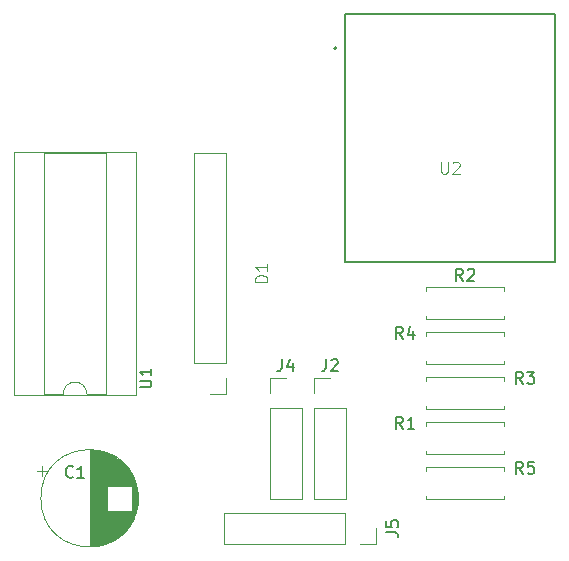
<source format=gto>
%TF.GenerationSoftware,KiCad,Pcbnew,7.0.7*%
%TF.CreationDate,2024-02-28T11:46:37+01:00*%
%TF.ProjectId,brick_test,62726963-6b5f-4746-9573-742e6b696361,rev?*%
%TF.SameCoordinates,Original*%
%TF.FileFunction,Legend,Top*%
%TF.FilePolarity,Positive*%
%FSLAX46Y46*%
G04 Gerber Fmt 4.6, Leading zero omitted, Abs format (unit mm)*
G04 Created by KiCad (PCBNEW 7.0.7) date 2024-02-28 11:46:37*
%MOMM*%
%LPD*%
G01*
G04 APERTURE LIST*
%ADD10C,0.150000*%
%ADD11C,0.100000*%
%ADD12C,0.120000*%
%ADD13C,0.127000*%
%ADD14C,0.200000*%
%ADD15C,1.600000*%
%ADD16O,1.600000X1.600000*%
%ADD17R,1.700000X1.700000*%
%ADD18O,1.700000X1.700000*%
%ADD19R,1.530000X1.530000*%
%ADD20C,1.530000*%
%ADD21R,1.600000X1.600000*%
G04 APERTURE END LIST*
D10*
X62063333Y-57604819D02*
X61730000Y-57128628D01*
X61491905Y-57604819D02*
X61491905Y-56604819D01*
X61491905Y-56604819D02*
X61872857Y-56604819D01*
X61872857Y-56604819D02*
X61968095Y-56652438D01*
X61968095Y-56652438D02*
X62015714Y-56700057D01*
X62015714Y-56700057D02*
X62063333Y-56795295D01*
X62063333Y-56795295D02*
X62063333Y-56938152D01*
X62063333Y-56938152D02*
X62015714Y-57033390D01*
X62015714Y-57033390D02*
X61968095Y-57081009D01*
X61968095Y-57081009D02*
X61872857Y-57128628D01*
X61872857Y-57128628D02*
X61491905Y-57128628D01*
X62920476Y-56938152D02*
X62920476Y-57604819D01*
X62682381Y-56557200D02*
X62444286Y-57271485D01*
X62444286Y-57271485D02*
X63063333Y-57271485D01*
X72223333Y-69034819D02*
X71890000Y-68558628D01*
X71651905Y-69034819D02*
X71651905Y-68034819D01*
X71651905Y-68034819D02*
X72032857Y-68034819D01*
X72032857Y-68034819D02*
X72128095Y-68082438D01*
X72128095Y-68082438D02*
X72175714Y-68130057D01*
X72175714Y-68130057D02*
X72223333Y-68225295D01*
X72223333Y-68225295D02*
X72223333Y-68368152D01*
X72223333Y-68368152D02*
X72175714Y-68463390D01*
X72175714Y-68463390D02*
X72128095Y-68511009D01*
X72128095Y-68511009D02*
X72032857Y-68558628D01*
X72032857Y-68558628D02*
X71651905Y-68558628D01*
X73128095Y-68034819D02*
X72651905Y-68034819D01*
X72651905Y-68034819D02*
X72604286Y-68511009D01*
X72604286Y-68511009D02*
X72651905Y-68463390D01*
X72651905Y-68463390D02*
X72747143Y-68415771D01*
X72747143Y-68415771D02*
X72985238Y-68415771D01*
X72985238Y-68415771D02*
X73080476Y-68463390D01*
X73080476Y-68463390D02*
X73128095Y-68511009D01*
X73128095Y-68511009D02*
X73175714Y-68606247D01*
X73175714Y-68606247D02*
X73175714Y-68844342D01*
X73175714Y-68844342D02*
X73128095Y-68939580D01*
X73128095Y-68939580D02*
X73080476Y-68987200D01*
X73080476Y-68987200D02*
X72985238Y-69034819D01*
X72985238Y-69034819D02*
X72747143Y-69034819D01*
X72747143Y-69034819D02*
X72651905Y-68987200D01*
X72651905Y-68987200D02*
X72604286Y-68939580D01*
X60644819Y-73993333D02*
X61359104Y-73993333D01*
X61359104Y-73993333D02*
X61501961Y-74040952D01*
X61501961Y-74040952D02*
X61597200Y-74136190D01*
X61597200Y-74136190D02*
X61644819Y-74279047D01*
X61644819Y-74279047D02*
X61644819Y-74374285D01*
X60644819Y-73040952D02*
X60644819Y-73517142D01*
X60644819Y-73517142D02*
X61121009Y-73564761D01*
X61121009Y-73564761D02*
X61073390Y-73517142D01*
X61073390Y-73517142D02*
X61025771Y-73421904D01*
X61025771Y-73421904D02*
X61025771Y-73183809D01*
X61025771Y-73183809D02*
X61073390Y-73088571D01*
X61073390Y-73088571D02*
X61121009Y-73040952D01*
X61121009Y-73040952D02*
X61216247Y-72993333D01*
X61216247Y-72993333D02*
X61454342Y-72993333D01*
X61454342Y-72993333D02*
X61549580Y-73040952D01*
X61549580Y-73040952D02*
X61597200Y-73088571D01*
X61597200Y-73088571D02*
X61644819Y-73183809D01*
X61644819Y-73183809D02*
X61644819Y-73421904D01*
X61644819Y-73421904D02*
X61597200Y-73517142D01*
X61597200Y-73517142D02*
X61549580Y-73564761D01*
D11*
X50555419Y-52808094D02*
X49555419Y-52808094D01*
X49555419Y-52808094D02*
X49555419Y-52569999D01*
X49555419Y-52569999D02*
X49603038Y-52427142D01*
X49603038Y-52427142D02*
X49698276Y-52331904D01*
X49698276Y-52331904D02*
X49793514Y-52284285D01*
X49793514Y-52284285D02*
X49983990Y-52236666D01*
X49983990Y-52236666D02*
X50126847Y-52236666D01*
X50126847Y-52236666D02*
X50317323Y-52284285D01*
X50317323Y-52284285D02*
X50412561Y-52331904D01*
X50412561Y-52331904D02*
X50507800Y-52427142D01*
X50507800Y-52427142D02*
X50555419Y-52569999D01*
X50555419Y-52569999D02*
X50555419Y-52808094D01*
X50555419Y-51284285D02*
X50555419Y-51855713D01*
X50555419Y-51569999D02*
X49555419Y-51569999D01*
X49555419Y-51569999D02*
X49698276Y-51665237D01*
X49698276Y-51665237D02*
X49793514Y-51760475D01*
X49793514Y-51760475D02*
X49841133Y-51855713D01*
D10*
X62063333Y-65224819D02*
X61730000Y-64748628D01*
X61491905Y-65224819D02*
X61491905Y-64224819D01*
X61491905Y-64224819D02*
X61872857Y-64224819D01*
X61872857Y-64224819D02*
X61968095Y-64272438D01*
X61968095Y-64272438D02*
X62015714Y-64320057D01*
X62015714Y-64320057D02*
X62063333Y-64415295D01*
X62063333Y-64415295D02*
X62063333Y-64558152D01*
X62063333Y-64558152D02*
X62015714Y-64653390D01*
X62015714Y-64653390D02*
X61968095Y-64701009D01*
X61968095Y-64701009D02*
X61872857Y-64748628D01*
X61872857Y-64748628D02*
X61491905Y-64748628D01*
X63015714Y-65224819D02*
X62444286Y-65224819D01*
X62730000Y-65224819D02*
X62730000Y-64224819D01*
X62730000Y-64224819D02*
X62634762Y-64367676D01*
X62634762Y-64367676D02*
X62539524Y-64462914D01*
X62539524Y-64462914D02*
X62444286Y-64510533D01*
X55546666Y-59354819D02*
X55546666Y-60069104D01*
X55546666Y-60069104D02*
X55499047Y-60211961D01*
X55499047Y-60211961D02*
X55403809Y-60307200D01*
X55403809Y-60307200D02*
X55260952Y-60354819D01*
X55260952Y-60354819D02*
X55165714Y-60354819D01*
X55975238Y-59450057D02*
X56022857Y-59402438D01*
X56022857Y-59402438D02*
X56118095Y-59354819D01*
X56118095Y-59354819D02*
X56356190Y-59354819D01*
X56356190Y-59354819D02*
X56451428Y-59402438D01*
X56451428Y-59402438D02*
X56499047Y-59450057D01*
X56499047Y-59450057D02*
X56546666Y-59545295D01*
X56546666Y-59545295D02*
X56546666Y-59640533D01*
X56546666Y-59640533D02*
X56499047Y-59783390D01*
X56499047Y-59783390D02*
X55927619Y-60354819D01*
X55927619Y-60354819D02*
X56546666Y-60354819D01*
X51813366Y-59354819D02*
X51813366Y-60069104D01*
X51813366Y-60069104D02*
X51765747Y-60211961D01*
X51765747Y-60211961D02*
X51670509Y-60307200D01*
X51670509Y-60307200D02*
X51527652Y-60354819D01*
X51527652Y-60354819D02*
X51432414Y-60354819D01*
X52718128Y-59688152D02*
X52718128Y-60354819D01*
X52480033Y-59307200D02*
X52241938Y-60021485D01*
X52241938Y-60021485D02*
X52860985Y-60021485D01*
D11*
X65278095Y-42637419D02*
X65278095Y-43446942D01*
X65278095Y-43446942D02*
X65325714Y-43542180D01*
X65325714Y-43542180D02*
X65373333Y-43589800D01*
X65373333Y-43589800D02*
X65468571Y-43637419D01*
X65468571Y-43637419D02*
X65659047Y-43637419D01*
X65659047Y-43637419D02*
X65754285Y-43589800D01*
X65754285Y-43589800D02*
X65801904Y-43542180D01*
X65801904Y-43542180D02*
X65849523Y-43446942D01*
X65849523Y-43446942D02*
X65849523Y-42637419D01*
X66278095Y-42732657D02*
X66325714Y-42685038D01*
X66325714Y-42685038D02*
X66420952Y-42637419D01*
X66420952Y-42637419D02*
X66659047Y-42637419D01*
X66659047Y-42637419D02*
X66754285Y-42685038D01*
X66754285Y-42685038D02*
X66801904Y-42732657D01*
X66801904Y-42732657D02*
X66849523Y-42827895D01*
X66849523Y-42827895D02*
X66849523Y-42923133D01*
X66849523Y-42923133D02*
X66801904Y-43065990D01*
X66801904Y-43065990D02*
X66230476Y-43637419D01*
X66230476Y-43637419D02*
X66849523Y-43637419D01*
D10*
X34120868Y-69280921D02*
X34073249Y-69328541D01*
X34073249Y-69328541D02*
X33930392Y-69376160D01*
X33930392Y-69376160D02*
X33835154Y-69376160D01*
X33835154Y-69376160D02*
X33692297Y-69328541D01*
X33692297Y-69328541D02*
X33597059Y-69233302D01*
X33597059Y-69233302D02*
X33549440Y-69138064D01*
X33549440Y-69138064D02*
X33501821Y-68947588D01*
X33501821Y-68947588D02*
X33501821Y-68804731D01*
X33501821Y-68804731D02*
X33549440Y-68614255D01*
X33549440Y-68614255D02*
X33597059Y-68519017D01*
X33597059Y-68519017D02*
X33692297Y-68423779D01*
X33692297Y-68423779D02*
X33835154Y-68376160D01*
X33835154Y-68376160D02*
X33930392Y-68376160D01*
X33930392Y-68376160D02*
X34073249Y-68423779D01*
X34073249Y-68423779D02*
X34120868Y-68471398D01*
X35073249Y-69376160D02*
X34501821Y-69376160D01*
X34787535Y-69376160D02*
X34787535Y-68376160D01*
X34787535Y-68376160D02*
X34692297Y-68519017D01*
X34692297Y-68519017D02*
X34597059Y-68614255D01*
X34597059Y-68614255D02*
X34501821Y-68661874D01*
X67143333Y-52694819D02*
X66810000Y-52218628D01*
X66571905Y-52694819D02*
X66571905Y-51694819D01*
X66571905Y-51694819D02*
X66952857Y-51694819D01*
X66952857Y-51694819D02*
X67048095Y-51742438D01*
X67048095Y-51742438D02*
X67095714Y-51790057D01*
X67095714Y-51790057D02*
X67143333Y-51885295D01*
X67143333Y-51885295D02*
X67143333Y-52028152D01*
X67143333Y-52028152D02*
X67095714Y-52123390D01*
X67095714Y-52123390D02*
X67048095Y-52171009D01*
X67048095Y-52171009D02*
X66952857Y-52218628D01*
X66952857Y-52218628D02*
X66571905Y-52218628D01*
X67524286Y-51790057D02*
X67571905Y-51742438D01*
X67571905Y-51742438D02*
X67667143Y-51694819D01*
X67667143Y-51694819D02*
X67905238Y-51694819D01*
X67905238Y-51694819D02*
X68000476Y-51742438D01*
X68000476Y-51742438D02*
X68048095Y-51790057D01*
X68048095Y-51790057D02*
X68095714Y-51885295D01*
X68095714Y-51885295D02*
X68095714Y-51980533D01*
X68095714Y-51980533D02*
X68048095Y-52123390D01*
X68048095Y-52123390D02*
X67476667Y-52694819D01*
X67476667Y-52694819D02*
X68095714Y-52694819D01*
X39764989Y-61723719D02*
X40574512Y-61723719D01*
X40574512Y-61723719D02*
X40669750Y-61676100D01*
X40669750Y-61676100D02*
X40717370Y-61628481D01*
X40717370Y-61628481D02*
X40764989Y-61533243D01*
X40764989Y-61533243D02*
X40764989Y-61342767D01*
X40764989Y-61342767D02*
X40717370Y-61247529D01*
X40717370Y-61247529D02*
X40669750Y-61199910D01*
X40669750Y-61199910D02*
X40574512Y-61152291D01*
X40574512Y-61152291D02*
X39764989Y-61152291D01*
X40764989Y-60152291D02*
X40764989Y-60723719D01*
X40764989Y-60438005D02*
X39764989Y-60438005D01*
X39764989Y-60438005D02*
X39907846Y-60533243D01*
X39907846Y-60533243D02*
X40003084Y-60628481D01*
X40003084Y-60628481D02*
X40050703Y-60723719D01*
X72223333Y-61414819D02*
X71890000Y-60938628D01*
X71651905Y-61414819D02*
X71651905Y-60414819D01*
X71651905Y-60414819D02*
X72032857Y-60414819D01*
X72032857Y-60414819D02*
X72128095Y-60462438D01*
X72128095Y-60462438D02*
X72175714Y-60510057D01*
X72175714Y-60510057D02*
X72223333Y-60605295D01*
X72223333Y-60605295D02*
X72223333Y-60748152D01*
X72223333Y-60748152D02*
X72175714Y-60843390D01*
X72175714Y-60843390D02*
X72128095Y-60891009D01*
X72128095Y-60891009D02*
X72032857Y-60938628D01*
X72032857Y-60938628D02*
X71651905Y-60938628D01*
X72556667Y-60414819D02*
X73175714Y-60414819D01*
X73175714Y-60414819D02*
X72842381Y-60795771D01*
X72842381Y-60795771D02*
X72985238Y-60795771D01*
X72985238Y-60795771D02*
X73080476Y-60843390D01*
X73080476Y-60843390D02*
X73128095Y-60891009D01*
X73128095Y-60891009D02*
X73175714Y-60986247D01*
X73175714Y-60986247D02*
X73175714Y-61224342D01*
X73175714Y-61224342D02*
X73128095Y-61319580D01*
X73128095Y-61319580D02*
X73080476Y-61367200D01*
X73080476Y-61367200D02*
X72985238Y-61414819D01*
X72985238Y-61414819D02*
X72699524Y-61414819D01*
X72699524Y-61414819D02*
X72604286Y-61367200D01*
X72604286Y-61367200D02*
X72556667Y-61319580D01*
D12*
X64040000Y-57050000D02*
X70580000Y-57050000D01*
X64040000Y-57380000D02*
X64040000Y-57050000D01*
X64040000Y-59460000D02*
X64040000Y-59790000D01*
X64040000Y-59790000D02*
X70580000Y-59790000D01*
X70580000Y-57050000D02*
X70580000Y-57380000D01*
X70580000Y-59790000D02*
X70580000Y-59460000D01*
X64040000Y-68480000D02*
X70580000Y-68480000D01*
X64040000Y-68810000D02*
X64040000Y-68480000D01*
X64040000Y-70890000D02*
X64040000Y-71220000D01*
X64040000Y-71220000D02*
X70580000Y-71220000D01*
X70580000Y-68480000D02*
X70580000Y-68810000D01*
X70580000Y-71220000D02*
X70580000Y-70890000D01*
X57150000Y-72330000D02*
X46930000Y-72330000D01*
X57150000Y-72330000D02*
X57150000Y-74990000D01*
X46930000Y-72330000D02*
X46930000Y-74990000D01*
X59750000Y-73660000D02*
X59750000Y-74990000D01*
X59750000Y-74990000D02*
X58420000Y-74990000D01*
X57150000Y-74990000D02*
X46930000Y-74990000D01*
X47050000Y-62290000D02*
X45720000Y-62290000D01*
X47050000Y-60960000D02*
X47050000Y-62290000D01*
X44390000Y-59690000D02*
X44390000Y-41850000D01*
X47050000Y-59690000D02*
X44390000Y-59690000D01*
X47050000Y-59690000D02*
X47050000Y-41850000D01*
X47050000Y-41850000D02*
X44390000Y-41850000D01*
X64040000Y-64670000D02*
X70580000Y-64670000D01*
X64040000Y-65000000D02*
X64040000Y-64670000D01*
X64040000Y-67080000D02*
X64040000Y-67410000D01*
X64040000Y-67410000D02*
X70580000Y-67410000D01*
X70580000Y-64670000D02*
X70580000Y-65000000D01*
X70580000Y-67410000D02*
X70580000Y-67080000D01*
X54550000Y-60900000D02*
X55880000Y-60900000D01*
X54550000Y-62230000D02*
X54550000Y-60900000D01*
X54550000Y-63500000D02*
X54550000Y-71180000D01*
X54550000Y-63500000D02*
X57210000Y-63500000D01*
X54550000Y-71180000D02*
X57210000Y-71180000D01*
X57210000Y-63500000D02*
X57210000Y-71180000D01*
X50816700Y-60900000D02*
X52146700Y-60900000D01*
X50816700Y-62230000D02*
X50816700Y-60900000D01*
X50816700Y-63500000D02*
X50816700Y-71180000D01*
X50816700Y-63500000D02*
X53476700Y-63500000D01*
X50816700Y-71180000D02*
X53476700Y-71180000D01*
X53476700Y-63500000D02*
X53476700Y-71180000D01*
D13*
X57140000Y-30140000D02*
X57140000Y-51140000D01*
X57140000Y-51140000D02*
X74940000Y-51140000D01*
X74940000Y-30140000D02*
X57140000Y-30140000D01*
X74940000Y-51140000D02*
X74940000Y-30140000D01*
D14*
X56440000Y-33020000D02*
G75*
G03*
X56440000Y-33020000I-100000J0D01*
G01*
D12*
X31110302Y-68805000D02*
X31910302Y-68805000D01*
X31510302Y-68405000D02*
X31510302Y-69205000D01*
X35520000Y-67040000D02*
X35520000Y-75200000D01*
X35560000Y-67040000D02*
X35560000Y-75200000D01*
X35600000Y-67040000D02*
X35600000Y-75200000D01*
X35640000Y-67041000D02*
X35640000Y-75199000D01*
X35680000Y-67043000D02*
X35680000Y-75197000D01*
X35720000Y-67044000D02*
X35720000Y-75196000D01*
X35760000Y-67046000D02*
X35760000Y-75194000D01*
X35800000Y-67049000D02*
X35800000Y-75191000D01*
X35840000Y-67052000D02*
X35840000Y-75188000D01*
X35880000Y-67055000D02*
X35880000Y-75185000D01*
X35920000Y-67059000D02*
X35920000Y-75181000D01*
X35960000Y-67063000D02*
X35960000Y-75177000D01*
X36000000Y-67068000D02*
X36000000Y-75172000D01*
X36040000Y-67072000D02*
X36040000Y-75168000D01*
X36080000Y-67078000D02*
X36080000Y-75162000D01*
X36120000Y-67083000D02*
X36120000Y-75157000D01*
X36160000Y-67090000D02*
X36160000Y-75150000D01*
X36200000Y-67096000D02*
X36200000Y-75144000D01*
X36241000Y-67103000D02*
X36241000Y-75137000D01*
X36281000Y-67110000D02*
X36281000Y-75130000D01*
X36321000Y-67118000D02*
X36321000Y-75122000D01*
X36361000Y-67126000D02*
X36361000Y-75114000D01*
X36401000Y-67135000D02*
X36401000Y-75105000D01*
X36441000Y-67144000D02*
X36441000Y-75096000D01*
X36481000Y-67153000D02*
X36481000Y-75087000D01*
X36521000Y-67163000D02*
X36521000Y-75077000D01*
X36561000Y-67173000D02*
X36561000Y-75067000D01*
X36601000Y-67184000D02*
X36601000Y-75056000D01*
X36641000Y-67195000D02*
X36641000Y-75045000D01*
X36681000Y-67206000D02*
X36681000Y-75034000D01*
X36721000Y-67218000D02*
X36721000Y-75022000D01*
X36761000Y-67231000D02*
X36761000Y-75009000D01*
X36801000Y-67243000D02*
X36801000Y-74997000D01*
X36841000Y-67257000D02*
X36841000Y-74983000D01*
X36881000Y-67270000D02*
X36881000Y-74970000D01*
X36921000Y-67285000D02*
X36921000Y-74955000D01*
X36961000Y-67299000D02*
X36961000Y-74941000D01*
X37001000Y-67315000D02*
X37001000Y-70080000D01*
X37001000Y-72160000D02*
X37001000Y-74925000D01*
X37041000Y-67330000D02*
X37041000Y-70080000D01*
X37041000Y-72160000D02*
X37041000Y-74910000D01*
X37081000Y-67346000D02*
X37081000Y-70080000D01*
X37081000Y-72160000D02*
X37081000Y-74894000D01*
X37121000Y-67363000D02*
X37121000Y-70080000D01*
X37121000Y-72160000D02*
X37121000Y-74877000D01*
X37161000Y-67380000D02*
X37161000Y-70080000D01*
X37161000Y-72160000D02*
X37161000Y-74860000D01*
X37201000Y-67398000D02*
X37201000Y-70080000D01*
X37201000Y-72160000D02*
X37201000Y-74842000D01*
X37241000Y-67416000D02*
X37241000Y-70080000D01*
X37241000Y-72160000D02*
X37241000Y-74824000D01*
X37281000Y-67434000D02*
X37281000Y-70080000D01*
X37281000Y-72160000D02*
X37281000Y-74806000D01*
X37321000Y-67454000D02*
X37321000Y-70080000D01*
X37321000Y-72160000D02*
X37321000Y-74786000D01*
X37361000Y-67473000D02*
X37361000Y-70080000D01*
X37361000Y-72160000D02*
X37361000Y-74767000D01*
X37401000Y-67493000D02*
X37401000Y-70080000D01*
X37401000Y-72160000D02*
X37401000Y-74747000D01*
X37441000Y-67514000D02*
X37441000Y-70080000D01*
X37441000Y-72160000D02*
X37441000Y-74726000D01*
X37481000Y-67536000D02*
X37481000Y-70080000D01*
X37481000Y-72160000D02*
X37481000Y-74704000D01*
X37521000Y-67558000D02*
X37521000Y-70080000D01*
X37521000Y-72160000D02*
X37521000Y-74682000D01*
X37561000Y-67580000D02*
X37561000Y-70080000D01*
X37561000Y-72160000D02*
X37561000Y-74660000D01*
X37601000Y-67603000D02*
X37601000Y-70080000D01*
X37601000Y-72160000D02*
X37601000Y-74637000D01*
X37641000Y-67627000D02*
X37641000Y-70080000D01*
X37641000Y-72160000D02*
X37641000Y-74613000D01*
X37681000Y-67651000D02*
X37681000Y-70080000D01*
X37681000Y-72160000D02*
X37681000Y-74589000D01*
X37721000Y-67676000D02*
X37721000Y-70080000D01*
X37721000Y-72160000D02*
X37721000Y-74564000D01*
X37761000Y-67702000D02*
X37761000Y-70080000D01*
X37761000Y-72160000D02*
X37761000Y-74538000D01*
X37801000Y-67728000D02*
X37801000Y-70080000D01*
X37801000Y-72160000D02*
X37801000Y-74512000D01*
X37841000Y-67755000D02*
X37841000Y-70080000D01*
X37841000Y-72160000D02*
X37841000Y-74485000D01*
X37881000Y-67782000D02*
X37881000Y-70080000D01*
X37881000Y-72160000D02*
X37881000Y-74458000D01*
X37921000Y-67811000D02*
X37921000Y-70080000D01*
X37921000Y-72160000D02*
X37921000Y-74429000D01*
X37961000Y-67840000D02*
X37961000Y-70080000D01*
X37961000Y-72160000D02*
X37961000Y-74400000D01*
X38001000Y-67870000D02*
X38001000Y-70080000D01*
X38001000Y-72160000D02*
X38001000Y-74370000D01*
X38041000Y-67900000D02*
X38041000Y-70080000D01*
X38041000Y-72160000D02*
X38041000Y-74340000D01*
X38081000Y-67931000D02*
X38081000Y-70080000D01*
X38081000Y-72160000D02*
X38081000Y-74309000D01*
X38121000Y-67964000D02*
X38121000Y-70080000D01*
X38121000Y-72160000D02*
X38121000Y-74276000D01*
X38161000Y-67996000D02*
X38161000Y-70080000D01*
X38161000Y-72160000D02*
X38161000Y-74244000D01*
X38201000Y-68030000D02*
X38201000Y-70080000D01*
X38201000Y-72160000D02*
X38201000Y-74210000D01*
X38241000Y-68065000D02*
X38241000Y-70080000D01*
X38241000Y-72160000D02*
X38241000Y-74175000D01*
X38281000Y-68101000D02*
X38281000Y-70080000D01*
X38281000Y-72160000D02*
X38281000Y-74139000D01*
X38321000Y-68137000D02*
X38321000Y-70080000D01*
X38321000Y-72160000D02*
X38321000Y-74103000D01*
X38361000Y-68175000D02*
X38361000Y-70080000D01*
X38361000Y-72160000D02*
X38361000Y-74065000D01*
X38401000Y-68213000D02*
X38401000Y-70080000D01*
X38401000Y-72160000D02*
X38401000Y-74027000D01*
X38441000Y-68253000D02*
X38441000Y-70080000D01*
X38441000Y-72160000D02*
X38441000Y-73987000D01*
X38481000Y-68294000D02*
X38481000Y-70080000D01*
X38481000Y-72160000D02*
X38481000Y-73946000D01*
X38521000Y-68336000D02*
X38521000Y-70080000D01*
X38521000Y-72160000D02*
X38521000Y-73904000D01*
X38561000Y-68379000D02*
X38561000Y-70080000D01*
X38561000Y-72160000D02*
X38561000Y-73861000D01*
X38601000Y-68423000D02*
X38601000Y-70080000D01*
X38601000Y-72160000D02*
X38601000Y-73817000D01*
X38641000Y-68469000D02*
X38641000Y-70080000D01*
X38641000Y-72160000D02*
X38641000Y-73771000D01*
X38681000Y-68516000D02*
X38681000Y-70080000D01*
X38681000Y-72160000D02*
X38681000Y-73724000D01*
X38721000Y-68564000D02*
X38721000Y-70080000D01*
X38721000Y-72160000D02*
X38721000Y-73676000D01*
X38761000Y-68615000D02*
X38761000Y-70080000D01*
X38761000Y-72160000D02*
X38761000Y-73625000D01*
X38801000Y-68666000D02*
X38801000Y-70080000D01*
X38801000Y-72160000D02*
X38801000Y-73574000D01*
X38841000Y-68720000D02*
X38841000Y-70080000D01*
X38841000Y-72160000D02*
X38841000Y-73520000D01*
X38881000Y-68775000D02*
X38881000Y-70080000D01*
X38881000Y-72160000D02*
X38881000Y-73465000D01*
X38921000Y-68833000D02*
X38921000Y-70080000D01*
X38921000Y-72160000D02*
X38921000Y-73407000D01*
X38961000Y-68892000D02*
X38961000Y-70080000D01*
X38961000Y-72160000D02*
X38961000Y-73348000D01*
X39001000Y-68954000D02*
X39001000Y-70080000D01*
X39001000Y-72160000D02*
X39001000Y-73286000D01*
X39041000Y-69018000D02*
X39041000Y-70080000D01*
X39041000Y-72160000D02*
X39041000Y-73222000D01*
X39081000Y-69086000D02*
X39081000Y-73154000D01*
X39121000Y-69156000D02*
X39121000Y-73084000D01*
X39161000Y-69230000D02*
X39161000Y-73010000D01*
X39201000Y-69307000D02*
X39201000Y-72933000D01*
X39241000Y-69389000D02*
X39241000Y-72851000D01*
X39281000Y-69475000D02*
X39281000Y-72765000D01*
X39321000Y-69568000D02*
X39321000Y-72672000D01*
X39361000Y-69667000D02*
X39361000Y-72573000D01*
X39401000Y-69774000D02*
X39401000Y-72466000D01*
X39441000Y-69891000D02*
X39441000Y-72349000D01*
X39481000Y-70022000D02*
X39481000Y-72218000D01*
X39521000Y-70172000D02*
X39521000Y-72068000D01*
X39561000Y-70352000D02*
X39561000Y-71888000D01*
X39601000Y-70587000D02*
X39601000Y-71653000D01*
X39640000Y-71120000D02*
G75*
G03*
X39640000Y-71120000I-4120000J0D01*
G01*
X64040000Y-53240000D02*
X70580000Y-53240000D01*
X64040000Y-53570000D02*
X64040000Y-53240000D01*
X64040000Y-55650000D02*
X64040000Y-55980000D01*
X64040000Y-55980000D02*
X70580000Y-55980000D01*
X70580000Y-53240000D02*
X70580000Y-53570000D01*
X70580000Y-55980000D02*
X70580000Y-55650000D01*
X39430000Y-62350000D02*
X39430000Y-41790000D01*
X39430000Y-41790000D02*
X29150000Y-41790000D01*
X36940000Y-62290000D02*
X36940000Y-41850000D01*
X36940000Y-41850000D02*
X31640000Y-41850000D01*
X35290000Y-62290000D02*
X36940000Y-62290000D01*
X31640000Y-62290000D02*
X33290000Y-62290000D01*
X31640000Y-41850000D02*
X31640000Y-62290000D01*
X29150000Y-62350000D02*
X39430000Y-62350000D01*
X29150000Y-41790000D02*
X29150000Y-62350000D01*
X35290000Y-62290000D02*
G75*
G03*
X33290000Y-62290000I-1000000J0D01*
G01*
X70580000Y-63600000D02*
X64040000Y-63600000D01*
X70580000Y-63270000D02*
X70580000Y-63600000D01*
X70580000Y-61190000D02*
X70580000Y-60860000D01*
X70580000Y-60860000D02*
X64040000Y-60860000D01*
X64040000Y-63600000D02*
X64040000Y-63270000D01*
X64040000Y-60860000D02*
X64040000Y-61190000D01*
%LPC*%
D15*
X63500000Y-58420000D03*
D16*
X71120000Y-58420000D03*
D15*
X63500000Y-69850000D03*
D16*
X71120000Y-69850000D03*
D17*
X58420000Y-73660000D03*
D18*
X55880000Y-73660000D03*
X53340000Y-73660000D03*
X50800000Y-73660000D03*
X48260000Y-73660000D03*
D17*
X45720000Y-60960000D03*
D18*
X45720000Y-58420000D03*
X45720000Y-55880000D03*
X45720000Y-53340000D03*
X45720000Y-50800000D03*
X45720000Y-48260000D03*
X45720000Y-45720000D03*
X45720000Y-43180000D03*
D15*
X63500000Y-66040000D03*
D16*
X71120000Y-66040000D03*
D17*
X55880000Y-62230000D03*
D18*
X55880000Y-64770000D03*
X55880000Y-67310000D03*
X55880000Y-69850000D03*
D17*
X52146700Y-62230000D03*
D18*
X52146700Y-64770000D03*
X52146700Y-67310000D03*
X52146700Y-69850000D03*
D19*
X58420000Y-33020000D03*
D20*
X58420000Y-35560000D03*
X58420000Y-38100000D03*
X58420000Y-40640000D03*
X58420000Y-43180000D03*
X58420000Y-45720000D03*
X58420000Y-48260000D03*
X73660000Y-48260000D03*
X73660000Y-45720000D03*
X73660000Y-43180000D03*
X73660000Y-40640000D03*
X73660000Y-38100000D03*
X73660000Y-35560000D03*
X73660000Y-33020000D03*
D21*
X33020000Y-71120000D03*
D15*
X38020000Y-71120000D03*
X63500000Y-54610000D03*
D16*
X71120000Y-54610000D03*
D21*
X38100000Y-60960000D03*
D16*
X38100000Y-58420000D03*
X38100000Y-55880000D03*
X38100000Y-53340000D03*
X38100000Y-50800000D03*
X38100000Y-48260000D03*
X38100000Y-45720000D03*
X38100000Y-43180000D03*
X30480000Y-43180000D03*
X30480000Y-45720000D03*
X30480000Y-48260000D03*
X30480000Y-50800000D03*
X30480000Y-53340000D03*
X30480000Y-55880000D03*
X30480000Y-58420000D03*
X30480000Y-60960000D03*
D15*
X71120000Y-62230000D03*
D16*
X63500000Y-62230000D03*
%LPD*%
M02*

</source>
